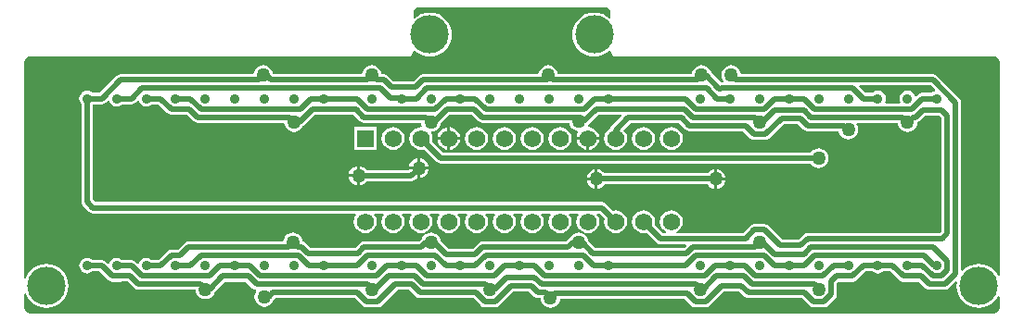
<source format=gtl>
G04 Layer_Physical_Order=1*
G04 Layer_Color=255*
%FSLAX42Y42*%
%MOMM*%
G71*
G01*
G75*
%ADD10C,0.50*%
%ADD11C,0.90*%
%ADD12C,1.56*%
%ADD13R,1.56X1.56*%
%ADD14C,3.50*%
%ADD15C,1.27*%
G36*
X8362Y2095D02*
X8357Y2082D01*
X8344Y2076D01*
X8331Y2066D01*
X8245D01*
X8225Y2062D01*
X8209Y2051D01*
X8190Y2033D01*
X8177Y2038D01*
X8171Y2051D01*
X8160Y2065D01*
X8146Y2076D01*
X8128Y2084D01*
X8110Y2086D01*
X8092Y2084D01*
X8074Y2076D01*
X8060Y2065D01*
X8049Y2051D01*
X8041Y2033D01*
X8039Y2015D01*
X8041Y1997D01*
X8047Y1984D01*
X8040Y1971D01*
X7910D01*
X7903Y1984D01*
X7909Y1997D01*
X7911Y2015D01*
X7909Y2033D01*
X7901Y2051D01*
X7890Y2065D01*
X7876Y2076D01*
X7858Y2084D01*
X7840Y2086D01*
X7822Y2084D01*
X7804Y2076D01*
X7791Y2066D01*
X7726D01*
X7670Y2123D01*
X7675Y2134D01*
X8323D01*
X8362Y2095D01*
D02*
G37*
G36*
X5350Y2850D02*
Y2850D01*
X5351Y2851D01*
X5370Y2847D01*
X5386Y2836D01*
X5397Y2820D01*
X5401Y2800D01*
X5401Y2751D01*
X5388Y2746D01*
X5362Y2767D01*
X5327Y2786D01*
X5289Y2798D01*
X5250Y2801D01*
X5211Y2798D01*
X5173Y2786D01*
X5138Y2767D01*
X5108Y2742D01*
X5083Y2712D01*
X5064Y2677D01*
X5052Y2639D01*
X5049Y2600D01*
X5052Y2561D01*
X5064Y2523D01*
X5083Y2488D01*
X5108Y2458D01*
X5138Y2433D01*
X5173Y2414D01*
X5211Y2402D01*
X5250Y2399D01*
X5289Y2402D01*
X5327Y2414D01*
X5362Y2433D01*
X5387Y2453D01*
X5390Y2453D01*
X5400Y2447D01*
X5403Y2430D01*
X5414Y2414D01*
X5430Y2403D01*
X5450Y2399D01*
Y2400D01*
X8900D01*
Y2400D01*
X8901Y2401D01*
X8920Y2397D01*
X8936Y2386D01*
X8947Y2370D01*
X8951Y2350D01*
X8950Y396D01*
X8937Y393D01*
X8927Y412D01*
X8902Y442D01*
X8872Y467D01*
X8837Y486D01*
X8799Y498D01*
X8760Y501D01*
X8721Y498D01*
X8683Y486D01*
X8648Y467D01*
X8618Y442D01*
X8614Y438D01*
X8602Y442D01*
Y1979D01*
X8598Y1999D01*
X8587Y2015D01*
X8380Y2222D01*
X8364Y2233D01*
X8344Y2237D01*
X6589D01*
X6587Y2253D01*
X6578Y2275D01*
X6563Y2293D01*
X6545Y2308D01*
X6523Y2317D01*
X6500Y2320D01*
X6477Y2317D01*
X6455Y2308D01*
X6437Y2293D01*
X6422Y2275D01*
X6413Y2253D01*
X6410Y2230D01*
X6413Y2207D01*
X6422Y2185D01*
X6431Y2174D01*
X6424Y2162D01*
X6412D01*
X6408Y2161D01*
X6317Y2253D01*
X6317Y2253D01*
X6308Y2275D01*
X6293Y2293D01*
X6275Y2308D01*
X6253Y2317D01*
X6230Y2320D01*
X6207Y2317D01*
X6185Y2308D01*
X6167Y2293D01*
X6152Y2275D01*
X6143Y2253D01*
X6141Y2237D01*
X4919D01*
X4917Y2253D01*
X4908Y2275D01*
X4893Y2293D01*
X4875Y2308D01*
X4853Y2317D01*
X4830Y2320D01*
X4807Y2317D01*
X4785Y2308D01*
X4767Y2293D01*
X4752Y2275D01*
X4743Y2253D01*
X4741Y2237D01*
X3689D01*
X3670Y2233D01*
X3653Y2222D01*
X3602Y2171D01*
X3418D01*
X3367Y2222D01*
X3350Y2233D01*
X3331Y2237D01*
X3309D01*
X3307Y2253D01*
X3298Y2275D01*
X3283Y2293D01*
X3265Y2308D01*
X3243Y2317D01*
X3220Y2320D01*
X3197Y2317D01*
X3175Y2308D01*
X3157Y2293D01*
X3142Y2275D01*
X3133Y2253D01*
X3131Y2237D01*
X2321D01*
X2318Y2240D01*
X2317Y2253D01*
X2308Y2275D01*
X2293Y2293D01*
X2275Y2308D01*
X2253Y2317D01*
X2230Y2320D01*
X2207Y2317D01*
X2185Y2308D01*
X2167Y2293D01*
X2152Y2275D01*
X2143Y2253D01*
X2141Y2237D01*
X926D01*
X906Y2233D01*
X890Y2222D01*
X734Y2066D01*
X669D01*
X656Y2076D01*
X638Y2084D01*
X620Y2086D01*
X602Y2084D01*
X584Y2076D01*
X570Y2065D01*
X559Y2051D01*
X551Y2033D01*
X549Y2015D01*
X551Y1997D01*
X559Y1979D01*
X569Y1966D01*
Y1070D01*
X573Y1050D01*
X584Y1034D01*
X637Y980D01*
X654Y969D01*
X674Y965D01*
X3073D01*
X3079Y952D01*
X3070Y940D01*
X3059Y915D01*
X3056Y888D01*
X3059Y861D01*
X3070Y836D01*
X3086Y814D01*
X3108Y798D01*
X3133Y787D01*
X3160Y784D01*
X3187Y787D01*
X3212Y798D01*
X3234Y814D01*
X3250Y836D01*
X3261Y861D01*
X3264Y888D01*
X3261Y915D01*
X3250Y940D01*
X3241Y952D01*
X3247Y965D01*
X3327D01*
X3333Y952D01*
X3324Y940D01*
X3313Y915D01*
X3310Y888D01*
X3313Y861D01*
X3324Y836D01*
X3340Y814D01*
X3362Y798D01*
X3387Y787D01*
X3414Y784D01*
X3441Y787D01*
X3466Y798D01*
X3488Y814D01*
X3504Y836D01*
X3515Y861D01*
X3518Y888D01*
X3515Y915D01*
X3504Y940D01*
X3495Y952D01*
X3501Y965D01*
X3581D01*
X3587Y952D01*
X3578Y940D01*
X3567Y915D01*
X3564Y888D01*
X3567Y861D01*
X3578Y836D01*
X3594Y814D01*
X3616Y798D01*
X3641Y787D01*
X3668Y784D01*
X3695Y787D01*
X3720Y798D01*
X3742Y814D01*
X3758Y836D01*
X3769Y861D01*
X3772Y888D01*
X3769Y915D01*
X3758Y940D01*
X3749Y952D01*
X3755Y965D01*
X3835D01*
X3841Y952D01*
X3832Y940D01*
X3821Y915D01*
X3818Y888D01*
X3821Y861D01*
X3832Y836D01*
X3848Y814D01*
X3870Y798D01*
X3895Y787D01*
X3922Y784D01*
X3949Y787D01*
X3974Y798D01*
X3996Y814D01*
X4012Y836D01*
X4023Y861D01*
X4026Y888D01*
X4023Y915D01*
X4012Y940D01*
X4003Y952D01*
X4009Y965D01*
X4089D01*
X4095Y952D01*
X4086Y940D01*
X4075Y915D01*
X4072Y888D01*
X4075Y861D01*
X4086Y836D01*
X4102Y814D01*
X4124Y798D01*
X4149Y787D01*
X4176Y784D01*
X4203Y787D01*
X4228Y798D01*
X4250Y814D01*
X4266Y836D01*
X4277Y861D01*
X4280Y888D01*
X4277Y915D01*
X4266Y940D01*
X4257Y952D01*
X4263Y965D01*
X4343D01*
X4349Y952D01*
X4340Y940D01*
X4329Y915D01*
X4326Y888D01*
X4329Y861D01*
X4340Y836D01*
X4356Y814D01*
X4378Y798D01*
X4403Y787D01*
X4430Y784D01*
X4457Y787D01*
X4482Y798D01*
X4504Y814D01*
X4520Y836D01*
X4531Y861D01*
X4534Y888D01*
X4531Y915D01*
X4520Y940D01*
X4511Y952D01*
X4517Y965D01*
X4597D01*
X4603Y952D01*
X4594Y940D01*
X4583Y915D01*
X4580Y888D01*
X4583Y861D01*
X4594Y836D01*
X4610Y814D01*
X4632Y798D01*
X4657Y787D01*
X4684Y784D01*
X4711Y787D01*
X4736Y798D01*
X4758Y814D01*
X4774Y836D01*
X4785Y861D01*
X4788Y888D01*
X4785Y915D01*
X4774Y940D01*
X4765Y952D01*
X4771Y965D01*
X4851D01*
X4857Y952D01*
X4848Y940D01*
X4837Y915D01*
X4834Y888D01*
X4837Y861D01*
X4848Y836D01*
X4864Y814D01*
X4886Y798D01*
X4911Y787D01*
X4938Y784D01*
X4965Y787D01*
X4990Y798D01*
X5012Y814D01*
X5028Y836D01*
X5039Y861D01*
X5042Y888D01*
X5039Y915D01*
X5028Y940D01*
X5019Y952D01*
X5025Y965D01*
X5105D01*
X5111Y952D01*
X5102Y940D01*
X5091Y915D01*
X5088Y888D01*
X5091Y861D01*
X5102Y836D01*
X5118Y814D01*
X5140Y798D01*
X5165Y787D01*
X5192Y784D01*
X5219Y787D01*
X5244Y798D01*
X5266Y814D01*
X5282Y836D01*
X5293Y861D01*
X5296Y888D01*
X5293Y915D01*
X5282Y940D01*
X5273Y952D01*
X5279Y965D01*
X5296D01*
X5346Y916D01*
X5345Y915D01*
X5342Y888D01*
X5345Y861D01*
X5356Y836D01*
X5372Y814D01*
X5394Y798D01*
X5419Y787D01*
X5446Y784D01*
X5473Y787D01*
X5498Y798D01*
X5520Y814D01*
X5536Y836D01*
X5547Y861D01*
X5550Y888D01*
X5547Y915D01*
X5536Y940D01*
X5520Y962D01*
X5498Y978D01*
X5473Y989D01*
X5446Y992D01*
X5419Y989D01*
X5418Y988D01*
X5354Y1053D01*
X5337Y1064D01*
X5318Y1068D01*
X695D01*
X671Y1091D01*
Y1964D01*
X755D01*
X775Y1968D01*
X791Y1979D01*
X810Y1997D01*
X823Y1992D01*
X829Y1979D01*
X840Y1965D01*
X854Y1954D01*
X872Y1946D01*
X890Y1944D01*
X908Y1946D01*
X926Y1954D01*
X939Y1964D01*
X1025D01*
X1045Y1968D01*
X1061Y1979D01*
X1080Y1997D01*
X1093Y1992D01*
X1099Y1979D01*
X1110Y1965D01*
X1124Y1954D01*
X1142Y1946D01*
X1160Y1944D01*
X1178Y1946D01*
X1196Y1954D01*
X1209Y1964D01*
X1274D01*
X1354Y1883D01*
X1371Y1872D01*
X1390Y1868D01*
X1470D01*
X1472Y1869D01*
X1532D01*
X1593Y1808D01*
X1610Y1797D01*
X1629Y1793D01*
X2421D01*
X2423Y1777D01*
X2432Y1755D01*
X2447Y1737D01*
X2465Y1722D01*
X2487Y1713D01*
X2510Y1710D01*
X2533Y1713D01*
X2555Y1722D01*
X2573Y1737D01*
X2588Y1755D01*
X2590Y1762D01*
X2593Y1764D01*
X2698Y1868D01*
X3053D01*
X3113Y1808D01*
X3130Y1797D01*
X3149Y1793D01*
X3671D01*
X3673Y1777D01*
X3678Y1766D01*
X3669Y1754D01*
X3668Y1754D01*
X3641Y1751D01*
X3616Y1740D01*
X3594Y1724D01*
X3578Y1702D01*
X3567Y1677D01*
X3564Y1650D01*
X3567Y1623D01*
X3578Y1598D01*
X3594Y1576D01*
X3616Y1560D01*
X3641Y1549D01*
X3668Y1546D01*
X3695Y1549D01*
X3696Y1550D01*
X3812Y1434D01*
X3828Y1423D01*
X3848Y1419D01*
X7227D01*
X7237Y1407D01*
X7255Y1392D01*
X7277Y1383D01*
X7300Y1380D01*
X7323Y1383D01*
X7345Y1392D01*
X7363Y1407D01*
X7378Y1425D01*
X7387Y1447D01*
X7390Y1470D01*
X7387Y1493D01*
X7378Y1515D01*
X7363Y1533D01*
X7345Y1548D01*
X7323Y1557D01*
X7300Y1560D01*
X7277Y1557D01*
X7255Y1548D01*
X7237Y1533D01*
X7227Y1521D01*
X3869D01*
X3768Y1622D01*
X3769Y1623D01*
X3772Y1650D01*
X3769Y1677D01*
X3760Y1698D01*
X3760Y1698D01*
X3765Y1709D01*
X3767Y1711D01*
X3783Y1713D01*
X3805Y1722D01*
X3823Y1737D01*
X3838Y1755D01*
X3847Y1777D01*
X3848Y1789D01*
X3927Y1868D01*
X4133D01*
X4193Y1808D01*
X4210Y1797D01*
X4229Y1793D01*
X4371D01*
X4373Y1793D01*
X4497D01*
X4499Y1793D01*
X5024D01*
X5025Y1782D01*
X5034Y1761D01*
X5048Y1742D01*
X5067Y1728D01*
X5088Y1719D01*
X5098Y1718D01*
X5103Y1704D01*
X5102Y1702D01*
X5091Y1677D01*
X5089Y1663D01*
X5295D01*
X5293Y1677D01*
X5282Y1702D01*
X5266Y1724D01*
X5244Y1740D01*
X5219Y1751D01*
X5199Y1753D01*
X5198Y1754D01*
X5192Y1766D01*
X5192Y1767D01*
X5193Y1771D01*
X5288Y1865D01*
X5496D01*
X5501Y1854D01*
X5410Y1762D01*
X5399Y1746D01*
X5398Y1742D01*
X5394Y1740D01*
X5372Y1724D01*
X5356Y1702D01*
X5345Y1677D01*
X5342Y1650D01*
X5345Y1623D01*
X5356Y1598D01*
X5372Y1576D01*
X5394Y1560D01*
X5419Y1549D01*
X5446Y1546D01*
X5473Y1549D01*
X5498Y1560D01*
X5520Y1576D01*
X5536Y1598D01*
X5547Y1623D01*
X5550Y1650D01*
X5547Y1677D01*
X5536Y1702D01*
X5520Y1724D01*
X5520Y1727D01*
X5583Y1790D01*
X6024D01*
X6082Y1732D01*
X6098Y1721D01*
X6118Y1717D01*
X6609D01*
X6676Y1650D01*
X6693Y1639D01*
X6713Y1635D01*
X6811D01*
X6831Y1639D01*
X6848Y1650D01*
X6981Y1783D01*
X7111D01*
X7162Y1732D01*
X7178Y1721D01*
X7198Y1717D01*
X7482D01*
X7483Y1707D01*
X7492Y1685D01*
X7507Y1667D01*
X7525Y1652D01*
X7547Y1643D01*
X7570Y1640D01*
X7593Y1643D01*
X7615Y1652D01*
X7633Y1667D01*
X7648Y1685D01*
X7657Y1707D01*
X7660Y1730D01*
X7657Y1753D01*
X7648Y1775D01*
X7643Y1781D01*
X7648Y1793D01*
X8021D01*
X8023Y1777D01*
X8032Y1755D01*
X8047Y1737D01*
X8065Y1722D01*
X8087Y1713D01*
X8110Y1710D01*
X8133Y1713D01*
X8155Y1722D01*
X8173Y1737D01*
X8188Y1755D01*
X8197Y1777D01*
X8199Y1796D01*
X8200Y1797D01*
X8217Y1808D01*
X8268Y1859D01*
X8399D01*
X8424Y1833D01*
Y801D01*
X8405Y783D01*
X7198D01*
X7178Y779D01*
X7162Y768D01*
X7116Y721D01*
X6971D01*
X6912Y780D01*
X6910Y784D01*
X6844Y850D01*
X6827Y861D01*
X6807Y865D01*
X6713D01*
X6693Y861D01*
X6676Y850D01*
X6609Y783D01*
X6003D01*
X6000Y795D01*
X6006Y798D01*
X6028Y814D01*
X6044Y836D01*
X6055Y861D01*
X6058Y888D01*
X6055Y915D01*
X6044Y940D01*
X6028Y962D01*
X6006Y978D01*
X5981Y989D01*
X5954Y992D01*
X5927Y989D01*
X5902Y978D01*
X5880Y962D01*
X5864Y940D01*
X5853Y915D01*
X5850Y888D01*
X5853Y861D01*
X5864Y836D01*
X5880Y814D01*
X5902Y798D01*
X5908Y795D01*
X5905Y783D01*
X5878D01*
X5800Y860D01*
X5801Y861D01*
X5804Y888D01*
X5801Y915D01*
X5790Y940D01*
X5774Y962D01*
X5752Y978D01*
X5727Y989D01*
X5700Y992D01*
X5673Y989D01*
X5648Y978D01*
X5626Y962D01*
X5610Y940D01*
X5599Y915D01*
X5596Y888D01*
X5599Y861D01*
X5610Y836D01*
X5626Y814D01*
X5648Y798D01*
X5673Y787D01*
X5700Y784D01*
X5727Y787D01*
X5728Y788D01*
X5820Y695D01*
X5837Y684D01*
X5857Y680D01*
X6084D01*
X6089Y668D01*
X6072Y651D01*
X5261D01*
X5198Y715D01*
X5197Y723D01*
X5188Y745D01*
X5173Y763D01*
X5155Y778D01*
X5133Y787D01*
X5110Y790D01*
X5087Y787D01*
X5065Y778D01*
X5047Y763D01*
X5032Y745D01*
X5032Y745D01*
X5020Y736D01*
X4991Y707D01*
X4229D01*
X4210Y703D01*
X4193Y692D01*
X4142Y641D01*
X3921D01*
X3848Y715D01*
X3847Y723D01*
X3838Y745D01*
X3823Y763D01*
X3805Y778D01*
X3783Y787D01*
X3760Y790D01*
X3737Y787D01*
X3715Y778D01*
X3697Y763D01*
X3682Y745D01*
X3678Y735D01*
X3651Y707D01*
X3149D01*
X3130Y703D01*
X3113Y692D01*
X3072Y651D01*
X2658D01*
X2617Y692D01*
X2600Y703D01*
X2589Y706D01*
X2587Y723D01*
X2578Y745D01*
X2563Y763D01*
X2545Y778D01*
X2523Y787D01*
X2500Y790D01*
X2477Y787D01*
X2455Y778D01*
X2437Y763D01*
X2422Y745D01*
X2413Y723D01*
X2411Y707D01*
X1546D01*
X1526Y703D01*
X1509Y692D01*
X1449Y632D01*
X1390D01*
X1371Y628D01*
X1354Y617D01*
X1274Y536D01*
X1209D01*
X1196Y546D01*
X1178Y554D01*
X1160Y556D01*
X1142Y554D01*
X1124Y546D01*
X1110Y535D01*
X1099Y521D01*
X1093Y508D01*
X1080Y503D01*
X1061Y521D01*
X1045Y532D01*
X1025Y536D01*
X939D01*
X926Y546D01*
X908Y554D01*
X890Y556D01*
X872Y554D01*
X854Y546D01*
X840Y535D01*
X829Y521D01*
X823Y508D01*
X810Y503D01*
X791Y521D01*
X775Y532D01*
X755Y536D01*
X669D01*
X656Y546D01*
X638Y554D01*
X620Y556D01*
X602Y554D01*
X584Y546D01*
X570Y535D01*
X559Y521D01*
X551Y503D01*
X549Y485D01*
X551Y467D01*
X559Y449D01*
X570Y435D01*
X584Y424D01*
X602Y416D01*
X620Y414D01*
X638Y416D01*
X656Y424D01*
X669Y434D01*
X734D01*
X814Y353D01*
X831Y342D01*
X850Y338D01*
X930D01*
X932Y339D01*
X992D01*
X1053Y278D01*
X1070Y267D01*
X1089Y263D01*
X1611D01*
X1613Y247D01*
X1622Y225D01*
X1637Y207D01*
X1655Y192D01*
X1677Y183D01*
X1700Y180D01*
X1723Y183D01*
X1745Y192D01*
X1763Y207D01*
X1778Y225D01*
X1785Y242D01*
X1881Y338D01*
X2073D01*
X2133Y278D01*
X2150Y267D01*
X2161Y264D01*
X2167Y250D01*
X2162Y245D01*
X2153Y223D01*
X2150Y200D01*
X2153Y177D01*
X2162Y155D01*
X2177Y137D01*
X2195Y122D01*
X2217Y113D01*
X2240Y110D01*
X2263Y113D01*
X2285Y122D01*
X2303Y137D01*
X2318Y155D01*
X2325Y174D01*
X2339Y187D01*
X3069D01*
X3136Y120D01*
X3153Y109D01*
X3173Y105D01*
X3276D01*
X3296Y109D01*
X3312Y120D01*
X3455Y263D01*
X3561D01*
X3561Y263D01*
X3622Y202D01*
X3638Y191D01*
X3658Y187D01*
X4149D01*
X4216Y120D01*
X4233Y109D01*
X4253Y105D01*
X4347D01*
X4367Y109D01*
X4384Y120D01*
X4512Y249D01*
X4656D01*
X4702Y202D01*
X4718Y191D01*
X4738Y187D01*
X4761D01*
X4763Y167D01*
X4772Y145D01*
X4787Y127D01*
X4805Y112D01*
X4827Y103D01*
X4850Y100D01*
X4873Y103D01*
X4895Y112D01*
X4913Y127D01*
X4928Y145D01*
X4937Y167D01*
X4938Y179D01*
X6078D01*
X6136Y120D01*
X6153Y109D01*
X6173Y105D01*
X6267D01*
X6287Y109D01*
X6304Y120D01*
X6434Y250D01*
X6574D01*
X6622Y202D01*
X6638Y191D01*
X6658Y187D01*
X7149D01*
X7216Y120D01*
X7233Y109D01*
X7253Y105D01*
X7347D01*
X7367Y109D01*
X7384Y120D01*
X7450Y186D01*
X7461Y203D01*
X7465Y223D01*
Y323D01*
X7481Y338D01*
X7610D01*
X7629Y342D01*
X7646Y353D01*
X7726Y434D01*
X7791D01*
X7804Y424D01*
X7822Y416D01*
X7840Y414D01*
X7858Y416D01*
X7876Y424D01*
X7889Y434D01*
X7954D01*
X8034Y353D01*
X8051Y342D01*
X8070Y338D01*
X8213D01*
X8273Y278D01*
X8290Y267D01*
X8309Y263D01*
X8451D01*
X8470Y267D01*
X8487Y278D01*
X8550Y341D01*
X8562Y335D01*
X8559Y300D01*
X8563Y261D01*
X8574Y223D01*
X8593Y188D01*
X8618Y158D01*
X8648Y133D01*
X8683Y114D01*
X8721Y103D01*
X8760Y99D01*
X8799Y103D01*
X8837Y114D01*
X8872Y133D01*
X8902Y158D01*
X8927Y188D01*
X8937Y207D01*
X8950Y203D01*
X8950Y100D01*
X8950D01*
X8951Y99D01*
X8947Y80D01*
X8936Y64D01*
X8920Y53D01*
X8900Y49D01*
X100Y50D01*
Y50D01*
X99Y49D01*
X80Y53D01*
X64Y64D01*
X53Y80D01*
X49Y100D01*
X49Y228D01*
X62Y230D01*
X64Y223D01*
X83Y188D01*
X108Y158D01*
X138Y133D01*
X173Y114D01*
X211Y103D01*
X250Y99D01*
X289Y103D01*
X327Y114D01*
X362Y133D01*
X392Y158D01*
X417Y188D01*
X436Y223D01*
X448Y261D01*
X451Y300D01*
X448Y339D01*
X436Y377D01*
X417Y412D01*
X392Y442D01*
X362Y467D01*
X327Y486D01*
X289Y498D01*
X250Y501D01*
X211Y498D01*
X173Y486D01*
X138Y467D01*
X108Y442D01*
X83Y412D01*
X64Y377D01*
X62Y370D01*
X49Y372D01*
X50Y2350D01*
X50D01*
X49Y2351D01*
X53Y2370D01*
X64Y2386D01*
X80Y2397D01*
X99Y2401D01*
X100Y2400D01*
Y2400D01*
X3550D01*
Y2399D01*
X3570Y2403D01*
X3586Y2414D01*
X3597Y2430D01*
X3600Y2447D01*
X3608Y2451D01*
X3614Y2453D01*
X3638Y2433D01*
X3673Y2414D01*
X3711Y2402D01*
X3750Y2399D01*
X3789Y2402D01*
X3827Y2414D01*
X3862Y2433D01*
X3892Y2458D01*
X3917Y2488D01*
X3936Y2523D01*
X3947Y2561D01*
X3951Y2600D01*
X3947Y2639D01*
X3936Y2677D01*
X3917Y2712D01*
X3892Y2742D01*
X3862Y2767D01*
X3827Y2786D01*
X3789Y2798D01*
X3750Y2801D01*
X3711Y2798D01*
X3673Y2786D01*
X3638Y2767D01*
X3613Y2747D01*
X3600Y2753D01*
X3600Y2800D01*
X3600Y2800D01*
X3600D01*
X3601Y2812D01*
X3603Y2820D01*
X3614Y2836D01*
X3630Y2847D01*
X3650Y2851D01*
X5350Y2850D01*
D02*
G37*
%LPC*%
G36*
X6347Y1368D02*
X6337Y1367D01*
X6315Y1358D01*
X6297Y1343D01*
X6287Y1331D01*
X5343D01*
X5333Y1343D01*
X5315Y1358D01*
X5293Y1367D01*
X5283Y1368D01*
Y1280D01*
Y1192D01*
X5293Y1193D01*
X5315Y1202D01*
X5333Y1217D01*
X5343Y1229D01*
X6287D01*
X6297Y1217D01*
X6315Y1202D01*
X6337Y1193D01*
X6347Y1192D01*
Y1280D01*
Y1368D01*
D02*
G37*
G36*
X3087Y1398D02*
X3077Y1397D01*
X3055Y1388D01*
X3037Y1373D01*
X3022Y1355D01*
X3013Y1333D01*
X3012Y1323D01*
X3087D01*
Y1398D01*
D02*
G37*
G36*
X6373Y1368D02*
Y1293D01*
X6448D01*
X6447Y1303D01*
X6438Y1325D01*
X6423Y1343D01*
X6405Y1358D01*
X6383Y1367D01*
X6373Y1368D01*
D02*
G37*
G36*
X3414Y1754D02*
X3387Y1751D01*
X3362Y1740D01*
X3340Y1724D01*
X3324Y1702D01*
X3313Y1677D01*
X3310Y1650D01*
X3313Y1623D01*
X3324Y1598D01*
X3340Y1576D01*
X3362Y1560D01*
X3387Y1549D01*
X3414Y1546D01*
X3441Y1549D01*
X3466Y1560D01*
X3488Y1576D01*
X3504Y1598D01*
X3515Y1623D01*
X3518Y1650D01*
X3515Y1677D01*
X3504Y1702D01*
X3488Y1724D01*
X3466Y1740D01*
X3441Y1751D01*
X3414Y1754D01*
D02*
G37*
G36*
X3663Y1468D02*
Y1393D01*
X3738D01*
X3737Y1403D01*
X3728Y1425D01*
X3713Y1443D01*
X3695Y1458D01*
X3673Y1467D01*
X3663Y1468D01*
D02*
G37*
G36*
X3637D02*
X3627Y1467D01*
X3605Y1458D01*
X3587Y1443D01*
X3572Y1425D01*
X3563Y1403D01*
X3562Y1393D01*
X3637D01*
Y1468D01*
D02*
G37*
G36*
X3087Y1297D02*
X3012D01*
X3013Y1287D01*
X3022Y1265D01*
X3037Y1247D01*
X3055Y1232D01*
X3077Y1223D01*
X3087Y1222D01*
Y1297D01*
D02*
G37*
G36*
X6448Y1267D02*
X6373D01*
Y1192D01*
X6383Y1193D01*
X6405Y1202D01*
X6423Y1217D01*
X6438Y1235D01*
X6447Y1257D01*
X6448Y1267D01*
D02*
G37*
G36*
X5257D02*
X5182D01*
X5183Y1257D01*
X5192Y1235D01*
X5207Y1217D01*
X5225Y1202D01*
X5247Y1193D01*
X5257Y1192D01*
Y1267D01*
D02*
G37*
G36*
Y1368D02*
X5247Y1367D01*
X5225Y1358D01*
X5207Y1343D01*
X5192Y1325D01*
X5183Y1303D01*
X5182Y1293D01*
X5257D01*
Y1368D01*
D02*
G37*
G36*
X3738Y1367D02*
X3663D01*
Y1292D01*
X3673Y1293D01*
X3695Y1302D01*
X3713Y1317D01*
X3728Y1335D01*
X3737Y1357D01*
X3738Y1367D01*
D02*
G37*
G36*
X3113Y1398D02*
Y1310D01*
Y1222D01*
X3123Y1223D01*
X3145Y1232D01*
X3163Y1247D01*
X3173Y1259D01*
X3580D01*
X3600Y1263D01*
X3616Y1274D01*
X3635Y1292D01*
X3637Y1292D01*
Y1367D01*
X3556D01*
X3551Y1361D01*
X3173D01*
X3163Y1373D01*
X3145Y1388D01*
X3123Y1397D01*
X3113Y1398D01*
D02*
G37*
G36*
X4176Y1754D02*
X4149Y1751D01*
X4124Y1740D01*
X4102Y1724D01*
X4086Y1702D01*
X4075Y1677D01*
X4072Y1650D01*
X4075Y1623D01*
X4086Y1598D01*
X4102Y1576D01*
X4124Y1560D01*
X4149Y1549D01*
X4176Y1546D01*
X4203Y1549D01*
X4228Y1560D01*
X4250Y1576D01*
X4266Y1598D01*
X4277Y1623D01*
X4280Y1650D01*
X4277Y1677D01*
X4266Y1702D01*
X4250Y1724D01*
X4228Y1740D01*
X4203Y1751D01*
X4176Y1754D01*
D02*
G37*
G36*
X5179Y1637D02*
X5089D01*
X5091Y1623D01*
X5102Y1598D01*
X5118Y1576D01*
X5140Y1560D01*
X5165Y1549D01*
X5179Y1547D01*
Y1637D01*
D02*
G37*
G36*
X4025D02*
X3935D01*
Y1547D01*
X3949Y1549D01*
X3974Y1560D01*
X3996Y1576D01*
X4012Y1598D01*
X4023Y1623D01*
X4025Y1637D01*
D02*
G37*
G36*
X3909D02*
X3819D01*
X3821Y1623D01*
X3832Y1598D01*
X3848Y1576D01*
X3870Y1560D01*
X3895Y1549D01*
X3909Y1547D01*
Y1637D01*
D02*
G37*
G36*
X3935Y1753D02*
Y1663D01*
X4025D01*
X4023Y1677D01*
X4012Y1702D01*
X3996Y1724D01*
X3974Y1740D01*
X3949Y1751D01*
X3935Y1753D01*
D02*
G37*
G36*
X3909D02*
X3895Y1751D01*
X3870Y1740D01*
X3848Y1724D01*
X3832Y1702D01*
X3821Y1677D01*
X3819Y1663D01*
X3909D01*
Y1753D01*
D02*
G37*
G36*
X5295Y1637D02*
X5205D01*
Y1547D01*
X5219Y1549D01*
X5244Y1560D01*
X5266Y1576D01*
X5282Y1598D01*
X5293Y1623D01*
X5295Y1637D01*
D02*
G37*
G36*
X4938Y1754D02*
X4911Y1751D01*
X4886Y1740D01*
X4864Y1724D01*
X4848Y1702D01*
X4837Y1677D01*
X4834Y1650D01*
X4837Y1623D01*
X4848Y1598D01*
X4864Y1576D01*
X4886Y1560D01*
X4911Y1549D01*
X4938Y1546D01*
X4965Y1549D01*
X4990Y1560D01*
X5012Y1576D01*
X5028Y1598D01*
X5039Y1623D01*
X5042Y1650D01*
X5039Y1677D01*
X5028Y1702D01*
X5012Y1724D01*
X4990Y1740D01*
X4965Y1751D01*
X4938Y1754D01*
D02*
G37*
G36*
X4684D02*
X4657Y1751D01*
X4632Y1740D01*
X4610Y1724D01*
X4594Y1702D01*
X4583Y1677D01*
X4580Y1650D01*
X4583Y1623D01*
X4594Y1598D01*
X4610Y1576D01*
X4632Y1560D01*
X4657Y1549D01*
X4684Y1546D01*
X4711Y1549D01*
X4736Y1560D01*
X4758Y1576D01*
X4774Y1598D01*
X4785Y1623D01*
X4788Y1650D01*
X4785Y1677D01*
X4774Y1702D01*
X4758Y1724D01*
X4736Y1740D01*
X4711Y1751D01*
X4684Y1754D01*
D02*
G37*
G36*
X4430D02*
X4403Y1751D01*
X4378Y1740D01*
X4356Y1724D01*
X4340Y1702D01*
X4329Y1677D01*
X4326Y1650D01*
X4329Y1623D01*
X4340Y1598D01*
X4356Y1576D01*
X4378Y1560D01*
X4403Y1549D01*
X4430Y1546D01*
X4457Y1549D01*
X4482Y1560D01*
X4504Y1576D01*
X4520Y1598D01*
X4531Y1623D01*
X4534Y1650D01*
X4531Y1677D01*
X4520Y1702D01*
X4504Y1724D01*
X4482Y1740D01*
X4457Y1751D01*
X4430Y1754D01*
D02*
G37*
G36*
X3263Y1753D02*
X3057D01*
Y1547D01*
X3263D01*
Y1753D01*
D02*
G37*
G36*
X5954Y1754D02*
X5927Y1751D01*
X5902Y1740D01*
X5880Y1724D01*
X5864Y1702D01*
X5853Y1677D01*
X5850Y1650D01*
X5853Y1623D01*
X5864Y1598D01*
X5880Y1576D01*
X5902Y1560D01*
X5927Y1549D01*
X5954Y1546D01*
X5981Y1549D01*
X6006Y1560D01*
X6028Y1576D01*
X6044Y1598D01*
X6055Y1623D01*
X6058Y1650D01*
X6055Y1677D01*
X6044Y1702D01*
X6028Y1724D01*
X6006Y1740D01*
X5981Y1751D01*
X5954Y1754D01*
D02*
G37*
G36*
X5700D02*
X5673Y1751D01*
X5648Y1740D01*
X5626Y1724D01*
X5610Y1702D01*
X5599Y1677D01*
X5596Y1650D01*
X5599Y1623D01*
X5610Y1598D01*
X5626Y1576D01*
X5648Y1560D01*
X5673Y1549D01*
X5700Y1546D01*
X5727Y1549D01*
X5752Y1560D01*
X5774Y1576D01*
X5790Y1598D01*
X5801Y1623D01*
X5804Y1650D01*
X5801Y1677D01*
X5790Y1702D01*
X5774Y1724D01*
X5752Y1740D01*
X5727Y1751D01*
X5700Y1754D01*
D02*
G37*
%LPD*%
D10*
X890Y485D02*
X1025D01*
X1970D02*
X2105D01*
X2200Y390D01*
X3260D01*
X3355Y485D01*
X3490D01*
X3625D01*
X3720Y390D01*
X4340D01*
X4435Y485D01*
X4570D01*
X4705D01*
X6260Y390D02*
X6355Y485D01*
X6490D01*
X6625D01*
X6720Y390D01*
X7340D01*
X7435Y485D01*
X7570D01*
X620D02*
X755D01*
X850Y390D01*
X930D01*
X930Y390D01*
X1013D01*
X1740Y270D02*
X1860Y390D01*
X2094D01*
X2169Y314D01*
X3176D01*
X3220Y270D01*
X3250D01*
X3370Y390D01*
X3450D01*
X3530Y390D02*
X3530Y390D01*
X3613D01*
X3689Y314D01*
X4256D01*
X4300Y270D01*
X4340D01*
X4450Y380D01*
X4703D01*
X6176Y314D02*
X6220Y270D01*
X6247D01*
X6366Y390D01*
X6530D01*
X6530Y390D01*
X6613D01*
X6689Y314D01*
X7256D01*
X7300Y270D01*
X2550Y580D02*
X2645Y485D01*
X2780D01*
X3085D01*
X3180Y580D01*
X3895Y485D02*
X4030D01*
X4165D01*
X4260Y580D01*
X5245Y485D02*
X5380D01*
X6085D01*
X6180Y580D01*
X6895Y485D02*
X7030D01*
X7165D01*
X7260Y580D01*
X8256D01*
X8352Y485D01*
X1160D02*
X1295D01*
X1390Y580D01*
X1470D01*
X2456Y656D02*
X2500Y700D01*
X2544Y656D01*
X2581D01*
X2637Y600D01*
X3093D01*
X3149Y656D01*
X3672D01*
X3716Y700D02*
X3760D01*
X3800Y580D02*
X3895Y485D01*
X3672Y656D02*
X3716Y700D01*
X3180Y580D02*
X3800D01*
X3760Y700D02*
X3790D01*
X3900Y590D01*
X4163D01*
X4229Y656D01*
X5012D01*
X5056Y700D02*
X5110D01*
X5150Y580D02*
X5245Y485D01*
X5012Y656D02*
X5056Y700D01*
X4260Y580D02*
X5150D01*
X6180D02*
X6800D01*
X6895Y485D01*
X5110Y700D02*
X5140D01*
X5240Y600D01*
X6093D01*
X6149Y656D01*
X6716D01*
X6760Y700D01*
X1013Y390D02*
X1089Y314D01*
X1025Y485D02*
X1120Y390D01*
X1700Y270D02*
X1740D01*
X1656Y314D02*
X1700Y270D01*
X1740Y390D02*
X1835Y485D01*
X1970D01*
X1089Y314D02*
X1656D01*
X1120Y390D02*
X1740D01*
X1430Y485D02*
X1565D01*
X1660Y580D01*
X2550D01*
X1546Y656D02*
X2456D01*
X1470Y580D02*
X1470Y580D01*
X1546Y656D01*
X2240Y200D02*
X2279D01*
X4491Y300D02*
X4677D01*
X6173Y156D02*
X6267D01*
X6595Y302D02*
X6658Y239D01*
X7170D01*
X7253Y156D01*
X7347D01*
X7414Y223D01*
Y344D01*
X7460Y390D01*
X7610D01*
X7705Y485D01*
X7840D01*
X4347Y156D02*
X4491Y300D01*
X2279Y200D02*
X2318Y239D01*
X3561Y314D02*
X3561Y315D01*
X3582D01*
X3658Y239D01*
X4253Y156D02*
X4347D01*
X3658Y239D02*
X4170D01*
X2318D02*
X3090D01*
X3173Y156D01*
X4170Y239D02*
X4253Y156D01*
X3450Y390D02*
X3450Y390D01*
X3530D01*
X3173Y156D02*
X3276D01*
X3434Y314D01*
X3561D01*
X6267Y156D02*
X6413Y302D01*
X6595D01*
X4850Y190D02*
X4890Y230D01*
X6099D01*
X6173Y156D01*
X4738Y239D02*
X4801D01*
X4850Y190D01*
X4705Y485D02*
X4800Y390D01*
X6260D01*
X4703Y380D02*
X4769Y314D01*
X6176D01*
X4677Y300D02*
X4738Y239D01*
X1430Y2015D02*
X1565D01*
X1660Y1920D01*
X2570D01*
X2665Y2015D01*
X2780D01*
X3800Y1920D02*
X3895Y2015D01*
X4030D01*
X4165D01*
X4260Y1920D01*
X4340D01*
X4340Y1920D01*
X4530D01*
X4530Y1920D01*
X5160D01*
X5255Y2015D01*
X5380D01*
X6085D01*
X6180Y1920D01*
X6800D01*
X6895Y2015D01*
X7030D01*
X7165D01*
X7260Y1920D01*
X8150D01*
X8245Y2015D01*
X8380D01*
X1160D02*
X1295D01*
X1390Y1920D01*
X1470D01*
X1470Y1920D01*
X1553D01*
X1629Y1844D01*
X2466D01*
X2510Y1800D01*
X2557D01*
X2676Y1920D01*
X3716Y1844D02*
X3760Y1800D01*
X3787D01*
X3906Y1920D01*
X4154D01*
X4229Y1844D01*
X4371D01*
X4371Y1845D01*
X4499D01*
X4499Y1844D01*
X5073D01*
X5112Y1806D01*
X5156D01*
X5267Y1917D01*
X6077D01*
X6149Y1844D01*
X6716D01*
X6760Y1800D01*
X6787D01*
X6897Y1910D01*
X7163D01*
X7229Y1844D01*
X8066D01*
X8110Y1800D01*
X890Y2015D02*
X1025D01*
X1120Y2110D01*
X1200D01*
X1200Y2110D01*
X1390D01*
X1390Y2110D01*
X3390Y2020D02*
X3485D01*
X3490Y2015D01*
X3625D01*
X3720Y2110D01*
X5420D01*
X5420Y2110D01*
X6180D01*
X6180Y2110D01*
X6280D01*
X6375Y2015D01*
X6490D01*
X620D02*
X755D01*
X926Y2186D01*
X2186D01*
X2230Y2230D01*
X2256D01*
X2300Y2186D01*
X3176D01*
X3220Y2230D02*
X3264Y2186D01*
X3331D01*
X3397Y2120D01*
X3623D01*
X3689Y2186D01*
X4820D01*
X4830Y2196D01*
Y2230D01*
X4874Y2186D01*
X6196D01*
X6230Y2220D01*
Y2230D01*
X6267D01*
X6392Y2105D01*
X6406D01*
X6412Y2110D01*
X7610D01*
X7705Y2015D01*
X7840D01*
X6760Y700D02*
X6790D01*
X6900Y590D01*
X7163D01*
X7229Y656D01*
X8344D01*
X8475Y525D01*
Y445D02*
Y525D01*
X8420Y390D02*
X8475Y445D01*
X8340Y390D02*
X8420D01*
X8245Y485D02*
X8340Y390D01*
X8110Y485D02*
X8245D01*
X7840D02*
X7975D01*
X8070Y390D01*
X8234D01*
X8309Y314D01*
X8451D01*
X8551Y414D01*
Y1979D01*
X8344Y2186D02*
X8551Y1979D01*
X6544Y2186D02*
X8344D01*
X6500Y2230D02*
X6544Y2186D01*
X5446Y1650D02*
Y1726D01*
X5561Y1841D01*
X6046D01*
X6118Y1769D01*
X6630D01*
X6713Y1686D01*
X6811D01*
X6960Y1835D01*
X7132D01*
X7198Y1769D01*
X7531D01*
X7570Y1730D01*
X5700Y888D02*
X5857Y731D01*
X6630D01*
X6713Y814D01*
X6807D01*
X6874Y747D01*
Y746D02*
Y747D01*
Y746D02*
X6950Y670D01*
X7137D01*
X7198Y731D01*
X8427D01*
X8475Y780D01*
Y1855D01*
X8420Y1910D02*
X8475Y1855D01*
X8247Y1910D02*
X8420D01*
X8181Y1844D02*
X8247Y1910D01*
X8154Y1844D02*
X8181D01*
X5318Y1016D02*
X5446Y888D01*
X620Y1070D02*
Y2015D01*
Y1070D02*
X674Y1016D01*
X5318D01*
X3848Y1470D02*
X7300D01*
X3668Y1650D02*
X3848Y1470D01*
X5270Y1280D02*
X6360D01*
X2676Y1920D02*
X3074D01*
X3149Y1844D01*
X3716D01*
X2780Y2015D02*
X3085D01*
X3180Y1920D01*
X3800D01*
X1390Y2110D02*
X3300D01*
X3390Y2020D01*
X3176Y2186D02*
X3220Y2230D01*
X3580Y1310D02*
X3650Y1380D01*
X3100Y1310D02*
X3580D01*
D11*
X2780Y2015D02*
D03*
X2510D02*
D03*
X2240D02*
D03*
X1970D02*
D03*
X1700D02*
D03*
X1430D02*
D03*
X1160D02*
D03*
X890D02*
D03*
X620D02*
D03*
X2780Y485D02*
D03*
X2510D02*
D03*
X2240D02*
D03*
X1970D02*
D03*
X1700D02*
D03*
X1430D02*
D03*
X1160D02*
D03*
X890D02*
D03*
X620D02*
D03*
X8380Y2015D02*
D03*
X8110D02*
D03*
X7840D02*
D03*
X7570D02*
D03*
X7300D02*
D03*
X7030D02*
D03*
X6760D02*
D03*
X6490D02*
D03*
X6220D02*
D03*
X8380Y485D02*
D03*
X8110D02*
D03*
X7840D02*
D03*
X7570D02*
D03*
X7300D02*
D03*
X7030D02*
D03*
X6760D02*
D03*
X6490D02*
D03*
X6220D02*
D03*
X5380Y2015D02*
D03*
X5110D02*
D03*
X4840D02*
D03*
X4570D02*
D03*
X4300D02*
D03*
X4030D02*
D03*
X3760D02*
D03*
X3490D02*
D03*
X3220D02*
D03*
X5380Y485D02*
D03*
X5110D02*
D03*
X4840D02*
D03*
X4570D02*
D03*
X4300D02*
D03*
X4030D02*
D03*
X3760D02*
D03*
X3490D02*
D03*
X3220D02*
D03*
D12*
X5954Y888D02*
D03*
X5700D02*
D03*
X5446D02*
D03*
X5192D02*
D03*
X4938D02*
D03*
X4684D02*
D03*
X4430D02*
D03*
X4176D02*
D03*
X3922D02*
D03*
X3668D02*
D03*
X3414D02*
D03*
X3160D02*
D03*
X5954Y1650D02*
D03*
X5700D02*
D03*
X5446D02*
D03*
X5192D02*
D03*
X4938D02*
D03*
X4684D02*
D03*
X4430D02*
D03*
X4176D02*
D03*
X3922D02*
D03*
X3668D02*
D03*
X3414D02*
D03*
D13*
X3160D02*
D03*
D14*
X250Y300D02*
D03*
X8760D02*
D03*
X3750Y2600D02*
D03*
X5250D02*
D03*
D15*
X3220Y270D02*
D03*
X4300D02*
D03*
X6220D02*
D03*
X7300D02*
D03*
X2500Y700D02*
D03*
X3760D02*
D03*
X5110D02*
D03*
X6760D02*
D03*
X1700Y270D02*
D03*
X2240Y200D02*
D03*
X4850Y190D02*
D03*
X2510Y1800D02*
D03*
X3760D02*
D03*
X5112Y1806D02*
D03*
X6760Y1800D02*
D03*
X8110D02*
D03*
X2230Y2230D02*
D03*
X4830D02*
D03*
X6230D02*
D03*
X6500Y2230D02*
D03*
X7570Y1730D02*
D03*
X7300Y1470D02*
D03*
X5270Y1280D02*
D03*
X6360D02*
D03*
X3220Y2230D02*
D03*
X3650Y1380D02*
D03*
X3100Y1310D02*
D03*
M02*

</source>
